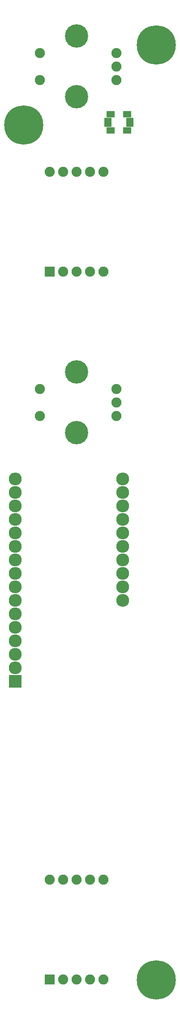
<source format=gbr>
G04 #@! TF.FileFunction,Soldermask,Top*
%FSLAX46Y46*%
G04 Gerber Fmt 4.6, Leading zero omitted, Abs format (unit mm)*
G04 Created by KiCad (PCBNEW 4.0.4+e1-6308~48~ubuntu14.04.1-stable) date Sun Sep 25 16:17:57 2016*
%MOMM*%
%LPD*%
G01*
G04 APERTURE LIST*
%ADD10C,0.100000*%
%ADD11C,1.900000*%
%ADD12R,1.900000X1.900000*%
%ADD13C,4.400000*%
%ADD14O,2.432000X2.432000*%
%ADD15R,2.432000X2.432000*%
%ADD16R,1.550000X1.150000*%
%ADD17R,1.350000X1.800000*%
%ADD18C,7.400000*%
G04 APERTURE END LIST*
D10*
D11*
X108920000Y-27860000D03*
X111460000Y-27860000D03*
X114000000Y-27860000D03*
X116540000Y-27860000D03*
X119080000Y-27860000D03*
D12*
X108920000Y-46640000D03*
D11*
X111460000Y-46640000D03*
X119080000Y-46640000D03*
X116540000Y-46640000D03*
X114000000Y-46640000D03*
D13*
X114000000Y-65550000D03*
D11*
X107000000Y-73790000D03*
X121500000Y-68710000D03*
X121500000Y-71250000D03*
X121500000Y-73790000D03*
X107000000Y-68710000D03*
D13*
X114000000Y-76950000D03*
D14*
X122660000Y-108540000D03*
X122660000Y-106000000D03*
X122660000Y-103460000D03*
X122660000Y-100920000D03*
X122660000Y-98380000D03*
X122660000Y-95840000D03*
X122660000Y-93300000D03*
X122660000Y-90760000D03*
X122660000Y-88220000D03*
X122660000Y-85680000D03*
X102340000Y-85680000D03*
X102340000Y-88220000D03*
X102340000Y-90760000D03*
X102340000Y-93300000D03*
X102340000Y-95840000D03*
X102340000Y-98380000D03*
X102340000Y-100920000D03*
X102340000Y-103460000D03*
X102340000Y-106000000D03*
X102340000Y-108540000D03*
X102340000Y-111080000D03*
X102340000Y-113620000D03*
X102340000Y-116160000D03*
X102340000Y-118700000D03*
D15*
X102340000Y-123780000D03*
D14*
X102340000Y-121240000D03*
D16*
X123575000Y-20025000D03*
X120425000Y-20025000D03*
X123575000Y-16975000D03*
D17*
X119925000Y-18500000D03*
X124075000Y-18500000D03*
D16*
X120425000Y-16975000D03*
D13*
X114000000Y-2300000D03*
D11*
X107000000Y-10540000D03*
X121500000Y-5460000D03*
X121500000Y-8000000D03*
X121500000Y-10540000D03*
X107000000Y-5460000D03*
D13*
X114000000Y-13700000D03*
D11*
X108920000Y-161110000D03*
X111460000Y-161110000D03*
X114000000Y-161110000D03*
X116540000Y-161110000D03*
X119080000Y-161110000D03*
D12*
X108920000Y-179890000D03*
D11*
X111460000Y-179890000D03*
X119080000Y-179890000D03*
X116540000Y-179890000D03*
X114000000Y-179890000D03*
D18*
X129000000Y-4000000D03*
X104000000Y-19000000D03*
X129000000Y-180000000D03*
M02*

</source>
